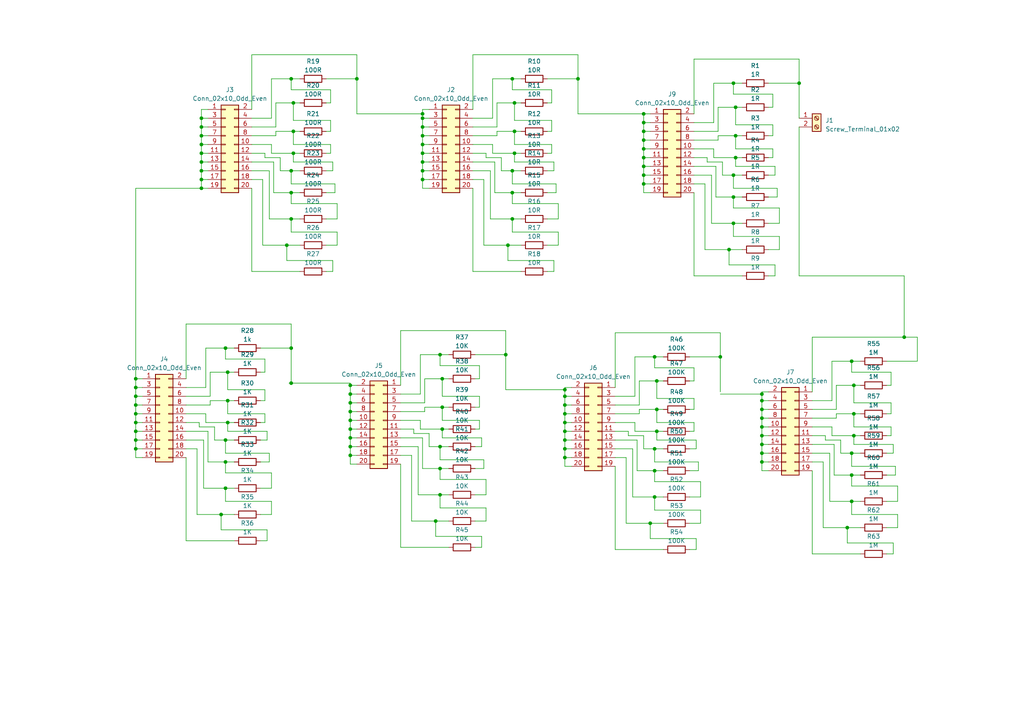
<source format=kicad_sch>
(kicad_sch (version 20230121) (generator eeschema)
  (paper "A4")
  (junction (at 220.98 123.825))
  (junction (at 163.83 130.175))
  (junction (at 212.725 24.13))
  (junction (at 66.04 116.205))
  (junction (at 163.83 114.935))
  (junction (at 163.83 127.635))
  (junction (at 65.405 133.985))
  (junction (at 101.6 132.08))
  (junction (at 103.505 22.86))
  (junction (at 39.37 112.395))
  (junction (at 163.83 132.715))
  (junction (at 101.6 111.76))
  (junction (at 186.69 38.1))
  (junction (at 122.555 39.37))
  (junction (at 189.865 136.525))
  (junction (at 84.455 111.125))
  (junction (at 101.6 116.84))
  (junction (at 247.65 120.015))
  (junction (at 65.405 100.965))
  (junction (at 212.725 57.15))
  (junction (at 220.98 116.205))
  (junction (at 84.455 63.5))
  (junction (at 220.98 114.3))
  (junction (at 101.6 124.46))
  (junction (at 66.04 122.555))
  (junction (at 58.42 39.37))
  (junction (at 186.69 48.26))
  (junction (at 58.42 49.53))
  (junction (at 122.555 46.99))
  (junction (at 212.725 64.77))
  (junction (at 211.455 72.39))
  (junction (at 220.98 126.365))
  (junction (at 58.42 41.91))
  (junction (at 128.27 109.855))
  (junction (at 190.5 110.49))
  (junction (at 101.6 114.3))
  (junction (at 186.69 53.34))
  (junction (at 148.59 55.88))
  (junction (at 58.42 36.83))
  (junction (at 127.635 129.54))
  (junction (at 163.83 113.03))
  (junction (at 84.455 55.88))
  (junction (at 213.36 31.115))
  (junction (at 39.37 120.015))
  (junction (at 58.42 52.07))
  (junction (at 84.455 49.53))
  (junction (at 163.83 122.555))
  (junction (at 148.59 63.5))
  (junction (at 167.64 22.86))
  (junction (at 66.04 107.95))
  (junction (at 39.37 117.475))
  (junction (at 122.555 52.07))
  (junction (at 247.015 131.445))
  (junction (at 39.37 109.855))
  (junction (at 128.27 118.11))
  (junction (at 122.555 33.02))
  (junction (at 208.915 103.505))
  (junction (at 122.555 36.83))
  (junction (at 163.83 120.015))
  (junction (at 39.37 127.635))
  (junction (at 58.42 44.45))
  (junction (at 39.37 130.175))
  (junction (at 220.98 133.985))
  (junction (at 101.6 119.38))
  (junction (at 149.225 38.1))
  (junction (at 146.685 102.87))
  (junction (at 85.09 29.845))
  (junction (at 101.6 129.54))
  (junction (at 189.865 103.505))
  (junction (at 189.865 144.145))
  (junction (at 220.98 118.745))
  (junction (at 39.37 125.095))
  (junction (at 147.32 71.12))
  (junction (at 122.555 44.45))
  (junction (at 58.42 54.61))
  (junction (at 186.69 33.02))
  (junction (at 189.865 130.175))
  (junction (at 85.09 44.45))
  (junction (at 212.725 50.8))
  (junction (at 84.455 22.86))
  (junction (at 101.6 121.92))
  (junction (at 149.225 29.845))
  (junction (at 231.775 24.13))
  (junction (at 101.6 127))
  (junction (at 83.185 71.12))
  (junction (at 65.405 127.635))
  (junction (at 148.59 49.53))
  (junction (at 39.37 122.555))
  (junction (at 186.69 50.8))
  (junction (at 122.555 49.53))
  (junction (at 128.27 124.46))
  (junction (at 220.98 131.445))
  (junction (at 163.83 125.095))
  (junction (at 127.635 143.51))
  (junction (at 58.42 34.29))
  (junction (at 85.09 38.1))
  (junction (at 84.455 100.965))
  (junction (at 220.98 121.285))
  (junction (at 127.635 102.87))
  (junction (at 64.135 149.225))
  (junction (at 213.36 39.37))
  (junction (at 247.015 137.795))
  (junction (at 190.5 118.745))
  (junction (at 262.255 97.79))
  (junction (at 247.65 111.76))
  (junction (at 122.555 41.91))
  (junction (at 190.5 125.095))
  (junction (at 247.015 104.775))
  (junction (at 247.65 126.365))
  (junction (at 186.69 40.64))
  (junction (at 149.225 44.45))
  (junction (at 163.83 117.475))
  (junction (at 188.595 151.765))
  (junction (at 65.405 141.605))
  (junction (at 247.015 145.415))
  (junction (at 58.42 46.99))
  (junction (at 148.59 22.86))
  (junction (at 122.555 34.29))
  (junction (at 126.365 151.13))
  (junction (at 127.635 135.89))
  (junction (at 220.98 128.905))
  (junction (at 186.69 45.72))
  (junction (at 213.36 45.72))
  (junction (at 186.69 43.18))
  (junction (at 186.69 35.56))
  (junction (at 245.745 153.035))
  (junction (at 39.37 114.935))
  (wire (pts (xy 76.835 44.45) (xy 76.835 45.72)))
  (wire (pts (xy 142.24 49.53) (xy 142.24 63.5)))
  (wire (pts (xy 75.565 100.965) (xy 84.455 100.965)))
  (wire (pts (xy 53.975 130.175) (xy 57.15 130.175)))
  (wire (pts (xy 53.975 93.98) (xy 84.455 93.98)))
  (wire (pts (xy 160.02 44.45) (xy 158.75 44.45)))
  (wire (pts (xy 186.69 53.34) (xy 186.69 55.88)))
  (wire (pts (xy 80.01 39.37) (xy 80.01 38.1)))
  (wire (pts (xy 215.265 24.13) (xy 212.725 24.13)))
  (wire (pts (xy 220.98 118.745) (xy 220.98 121.285)))
  (wire (pts (xy 212.725 64.77) (xy 215.265 64.77)))
  (wire (pts (xy 189.865 136.525) (xy 192.405 136.525)))
  (wire (pts (xy 139.7 127) (xy 139.7 129.54)))
  (wire (pts (xy 186.69 43.18) (xy 188.595 43.18)))
  (wire (pts (xy 122.555 39.37) (xy 124.46 39.37)))
  (wire (pts (xy 212.725 24.13) (xy 207.01 24.13)))
  (wire (pts (xy 39.37 112.395) (xy 39.37 114.935)))
  (wire (pts (xy 101.6 116.84) (xy 103.505 116.84)))
  (wire (pts (xy 163.83 130.175) (xy 163.83 132.715)))
  (wire (pts (xy 59.69 122.555) (xy 59.69 120.015)))
  (wire (pts (xy 121.92 121.92) (xy 116.205 121.92)))
  (wire (pts (xy 124.46 125.73) (xy 124.46 129.54)))
  (wire (pts (xy 200.025 159.385) (xy 201.93 159.385)))
  (wire (pts (xy 116.205 132.08) (xy 119.38 132.08)))
  (wire (pts (xy 148.59 63.5) (xy 151.13 63.5)))
  (wire (pts (xy 184.785 127.635) (xy 184.785 136.525)))
  (wire (pts (xy 85.09 41.91) (xy 95.885 41.91)))
  (wire (pts (xy 186.69 55.88) (xy 188.595 55.88)))
  (wire (pts (xy 127.635 143.51) (xy 127.635 147.32)))
  (wire (pts (xy 247.015 149.225) (xy 260.35 149.225)))
  (wire (pts (xy 259.08 157.48) (xy 259.08 160.655)))
  (wire (pts (xy 190.5 127.635) (xy 201.93 127.635)))
  (wire (pts (xy 163.83 127.635) (xy 165.735 127.635)))
  (wire (pts (xy 190.5 110.49) (xy 190.5 115.57)))
  (wire (pts (xy 84.455 93.98) (xy 84.455 100.965)))
  (wire (pts (xy 78.105 131.445) (xy 78.105 133.985)))
  (wire (pts (xy 178.435 112.395) (xy 178.435 96.52)))
  (wire (pts (xy 60.96 116.205) (xy 66.04 116.205)))
  (wire (pts (xy 231.775 36.83) (xy 231.775 80.01)))
  (wire (pts (xy 39.37 109.855) (xy 39.37 54.61)))
  (wire (pts (xy 66.04 116.205) (xy 67.945 116.205)))
  (wire (pts (xy 144.145 36.83) (xy 144.145 29.845)))
  (wire (pts (xy 85.09 44.45) (xy 85.09 46.99)))
  (wire (pts (xy 39.37 127.635) (xy 41.275 127.635)))
  (wire (pts (xy 213.36 45.72) (xy 207.01 45.72)))
  (wire (pts (xy 190.5 110.49) (xy 192.405 110.49)))
  (wire (pts (xy 220.98 116.205) (xy 220.98 118.745)))
  (wire (pts (xy 66.04 122.555) (xy 66.04 125.095)))
  (wire (pts (xy 258.445 111.76) (xy 257.175 111.76)))
  (wire (pts (xy 84.455 59.055) (xy 97.79 59.055)))
  (wire (pts (xy 122.555 44.45) (xy 124.46 44.45)))
  (wire (pts (xy 116.205 127) (xy 122.555 127)))
  (wire (pts (xy 127.635 102.87) (xy 127.635 106.045)))
  (wire (pts (xy 122.555 49.53) (xy 124.46 49.53)))
  (wire (pts (xy 186.69 35.56) (xy 186.69 38.1)))
  (wire (pts (xy 78.74 41.91) (xy 73.025 41.91)))
  (wire (pts (xy 62.23 127.635) (xy 65.405 127.635)))
  (wire (pts (xy 60.325 133.985) (xy 65.405 133.985)))
  (wire (pts (xy 146.685 102.87) (xy 146.685 113.03)))
  (wire (pts (xy 247.65 123.825) (xy 258.445 123.825)))
  (wire (pts (xy 247.65 128.905) (xy 259.08 128.905)))
  (wire (pts (xy 85.09 46.99) (xy 96.52 46.99)))
  (wire (pts (xy 224.155 43.18) (xy 224.155 45.72)))
  (wire (pts (xy 101.6 129.54) (xy 103.505 129.54)))
  (wire (pts (xy 39.37 120.015) (xy 39.37 122.555)))
  (wire (pts (xy 242.57 120.015) (xy 247.65 120.015)))
  (wire (pts (xy 201.295 33.02) (xy 201.295 17.145)))
  (wire (pts (xy 189.865 144.145) (xy 192.405 144.145)))
  (wire (pts (xy 184.15 125.095) (xy 184.15 122.555)))
  (wire (pts (xy 58.42 41.91) (xy 58.42 44.45)))
  (wire (pts (xy 119.38 132.08) (xy 119.38 151.13)))
  (wire (pts (xy 211.455 76.835) (xy 224.79 76.835)))
  (wire (pts (xy 66.04 125.095) (xy 77.47 125.095)))
  (wire (pts (xy 151.13 44.45) (xy 149.225 44.45)))
  (wire (pts (xy 128.27 118.11) (xy 128.27 121.92)))
  (wire (pts (xy 239.395 126.365) (xy 239.395 127.635)))
  (wire (pts (xy 211.455 72.39) (xy 211.455 76.835)))
  (wire (pts (xy 140.97 147.32) (xy 140.97 151.13)))
  (wire (pts (xy 101.6 121.92) (xy 101.6 124.46)))
  (wire (pts (xy 78.105 133.985) (xy 75.565 133.985)))
  (wire (pts (xy 201.93 127.635) (xy 201.93 130.175)))
  (wire (pts (xy 215.265 45.72) (xy 213.36 45.72)))
  (wire (pts (xy 96.52 75.565) (xy 96.52 78.74)))
  (wire (pts (xy 243.84 127.635) (xy 243.84 131.445)))
  (wire (pts (xy 240.665 131.445) (xy 240.665 145.415)))
  (wire (pts (xy 178.435 125.095) (xy 182.245 125.095)))
  (wire (pts (xy 247.015 137.795) (xy 247.015 140.97)))
  (wire (pts (xy 137.16 46.99) (xy 143.51 46.99)))
  (wire (pts (xy 247.65 116.84) (xy 258.445 116.84)))
  (wire (pts (xy 77.47 153.67) (xy 77.47 156.845)))
  (wire (pts (xy 160.02 29.845) (xy 158.75 29.845)))
  (wire (pts (xy 137.16 34.29) (xy 142.875 34.29)))
  (wire (pts (xy 58.42 44.45) (xy 58.42 46.99)))
  (wire (pts (xy 139.065 106.045) (xy 139.065 109.855)))
  (wire (pts (xy 101.6 124.46) (xy 101.6 127)))
  (wire (pts (xy 147.32 75.565) (xy 160.655 75.565)))
  (wire (pts (xy 260.35 153.035) (xy 257.175 153.035)))
  (wire (pts (xy 124.46 31.75) (xy 122.555 31.75)))
  (wire (pts (xy 65.405 100.965) (xy 59.69 100.965)))
  (wire (pts (xy 84.455 63.5) (xy 86.995 63.5)))
  (wire (pts (xy 39.37 112.395) (xy 41.275 112.395)))
  (wire (pts (xy 128.27 109.855) (xy 130.175 109.855)))
  (wire (pts (xy 116.205 119.38) (xy 123.19 119.38)))
  (wire (pts (xy 60.325 31.75) (xy 58.42 31.75)))
  (wire (pts (xy 186.69 50.8) (xy 188.595 50.8)))
  (wire (pts (xy 220.98 126.365) (xy 222.885 126.365)))
  (wire (pts (xy 186.69 130.175) (xy 189.865 130.175)))
  (wire (pts (xy 212.725 57.15) (xy 212.725 60.325)))
  (wire (pts (xy 178.435 130.175) (xy 183.515 130.175)))
  (wire (pts (xy 149.225 34.925) (xy 160.02 34.925)))
  (wire (pts (xy 242.57 111.76) (xy 247.65 111.76)))
  (wire (pts (xy 163.83 112.395) (xy 163.83 113.03)))
  (wire (pts (xy 137.16 52.07) (xy 140.335 52.07)))
  (wire (pts (xy 84.455 63.5) (xy 84.455 67.31)))
  (wire (pts (xy 140.335 135.89) (xy 137.795 135.89)))
  (wire (pts (xy 201.295 80.01) (xy 215.265 80.01)))
  (wire (pts (xy 122.555 135.89) (xy 127.635 135.89)))
  (wire (pts (xy 73.025 34.29) (xy 78.74 34.29)))
  (wire (pts (xy 212.725 50.8) (xy 215.265 50.8)))
  (wire (pts (xy 163.83 132.715) (xy 163.83 135.255)))
  (wire (pts (xy 163.83 122.555) (xy 163.83 125.095)))
  (wire (pts (xy 158.75 22.86) (xy 167.64 22.86)))
  (wire (pts (xy 186.69 33.02) (xy 186.69 35.56)))
  (wire (pts (xy 84.455 22.86) (xy 78.74 22.86)))
  (wire (pts (xy 58.42 49.53) (xy 58.42 52.07)))
  (wire (pts (xy 76.2 71.12) (xy 83.185 71.12)))
  (wire (pts (xy 137.795 143.51) (xy 140.97 143.51)))
  (wire (pts (xy 84.455 53.34) (xy 97.155 53.34)))
  (wire (pts (xy 163.83 122.555) (xy 165.735 122.555)))
  (wire (pts (xy 39.37 122.555) (xy 39.37 125.095)))
  (wire (pts (xy 103.505 22.86) (xy 103.505 33.02)))
  (wire (pts (xy 245.745 153.035) (xy 249.555 153.035)))
  (wire (pts (xy 58.42 36.83) (xy 60.325 36.83)))
  (wire (pts (xy 85.09 44.45) (xy 78.74 44.45)))
  (wire (pts (xy 149.225 38.1) (xy 151.13 38.1)))
  (wire (pts (xy 101.6 114.3) (xy 103.505 114.3)))
  (wire (pts (xy 161.925 59.055) (xy 161.925 63.5)))
  (wire (pts (xy 186.69 45.72) (xy 186.69 48.26)))
  (wire (pts (xy 201.93 156.21) (xy 201.93 159.385)))
  (wire (pts (xy 224.155 36.195) (xy 224.155 39.37)))
  (wire (pts (xy 189.865 136.525) (xy 189.865 139.7)))
  (wire (pts (xy 139.7 155.575) (xy 139.7 158.75)))
  (wire (pts (xy 148.59 53.34) (xy 161.29 53.34)))
  (wire (pts (xy 76.835 120.015) (xy 76.835 122.555)))
  (wire (pts (xy 84.455 26.035) (xy 95.885 26.035)))
  (wire (pts (xy 53.975 132.715) (xy 53.975 156.845)))
  (wire (pts (xy 121.285 129.54) (xy 121.285 143.51)))
  (wire (pts (xy 116.205 158.75) (xy 130.175 158.75)))
  (wire (pts (xy 59.69 100.965) (xy 59.69 112.395)))
  (wire (pts (xy 220.98 131.445) (xy 222.885 131.445)))
  (wire (pts (xy 64.135 153.67) (xy 77.47 153.67)))
  (wire (pts (xy 78.74 137.16) (xy 78.74 141.605)))
  (wire (pts (xy 127.635 106.045) (xy 139.065 106.045)))
  (wire (pts (xy 189.865 139.7) (xy 203.2 139.7)))
  (wire (pts (xy 65.405 131.445) (xy 78.105 131.445)))
  (wire (pts (xy 247.015 104.775) (xy 241.3 104.775)))
  (wire (pts (xy 78.74 145.415) (xy 78.74 149.225)))
  (wire (pts (xy 186.69 38.1) (xy 186.69 40.64)))
  (wire (pts (xy 186.69 35.56) (xy 188.595 35.56)))
  (wire (pts (xy 122.555 34.29) (xy 124.46 34.29)))
  (wire (pts (xy 222.885 80.01) (xy 224.79 80.01)))
  (wire (pts (xy 220.98 121.285) (xy 222.885 121.285)))
  (wire (pts (xy 200.025 130.175) (xy 201.93 130.175)))
  (wire (pts (xy 95.885 41.91) (xy 95.885 44.45)))
  (wire (pts (xy 160.655 46.99) (xy 160.655 49.53)))
  (wire (pts (xy 242.57 118.745) (xy 242.57 111.76)))
  (wire (pts (xy 201.295 115.57) (xy 201.295 118.745)))
  (wire (pts (xy 167.64 33.02) (xy 186.69 33.02)))
  (wire (pts (xy 58.42 34.29) (xy 58.42 36.83)))
  (wire (pts (xy 146.685 95.885) (xy 146.685 102.87)))
  (wire (pts (xy 66.04 107.95) (xy 67.945 107.95)))
  (wire (pts (xy 96.52 46.99) (xy 96.52 49.53)))
  (wire (pts (xy 128.27 124.46) (xy 128.27 127)))
  (wire (pts (xy 127.635 133.35) (xy 140.335 133.35)))
  (wire (pts (xy 144.145 39.37) (xy 144.145 38.1)))
  (wire (pts (xy 258.445 123.825) (xy 258.445 126.365)))
  (wire (pts (xy 76.835 104.14) (xy 76.835 107.95)))
  (wire (pts (xy 76.835 122.555) (xy 75.565 122.555)))
  (wire (pts (xy 53.975 109.855) (xy 53.975 93.98)))
  (wire (pts (xy 160.02 41.91) (xy 160.02 44.45)))
  (wire (pts (xy 122.555 127) (xy 122.555 135.89)))
  (wire (pts (xy 75.565 116.205) (xy 76.835 116.205)))
  (wire (pts (xy 67.945 122.555) (xy 66.04 122.555)))
  (wire (pts (xy 122.555 52.07) (xy 122.555 54.61)))
  (wire (pts (xy 80.01 38.1) (xy 85.09 38.1)))
  (wire (pts (xy 213.36 39.37) (xy 213.36 43.18)))
  (wire (pts (xy 65.405 137.16) (xy 78.74 137.16)))
  (wire (pts (xy 161.29 53.34) (xy 161.29 55.88)))
  (wire (pts (xy 120.015 125.73) (xy 124.46 125.73)))
  (wire (pts (xy 127.635 129.54) (xy 130.175 129.54)))
  (wire (pts (xy 148.59 26.035) (xy 160.02 26.035)))
  (wire (pts (xy 158.75 38.1) (xy 160.02 38.1)))
  (wire (pts (xy 66.04 122.555) (xy 59.69 122.555)))
  (wire (pts (xy 137.16 54.61) (xy 137.16 78.74)))
  (wire (pts (xy 149.225 38.1) (xy 149.225 41.91)))
  (wire (pts (xy 73.025 39.37) (xy 80.01 39.37)))
  (wire (pts (xy 247.65 120.015) (xy 249.555 120.015)))
  (wire (pts (xy 84.455 22.86) (xy 84.455 26.035)))
  (wire (pts (xy 39.37 130.175) (xy 39.37 132.715)))
  (wire (pts (xy 145.415 45.72) (xy 145.415 49.53)))
  (wire (pts (xy 241.935 137.795) (xy 247.015 137.795)))
  (wire (pts (xy 266.065 104.775) (xy 266.065 97.79)))
  (wire (pts (xy 58.42 31.75) (xy 58.42 34.29)))
  (wire (pts (xy 130.175 102.87) (xy 127.635 102.87)))
  (wire (pts (xy 149.225 46.99) (xy 160.655 46.99)))
  (wire (pts (xy 190.5 118.745) (xy 190.5 122.555)))
  (wire (pts (xy 39.37 109.855) (xy 39.37 112.395)))
  (wire (pts (xy 127.635 143.51) (xy 130.175 143.51)))
  (wire (pts (xy 161.29 55.88) (xy 158.75 55.88)))
  (wire (pts (xy 95.885 34.925) (xy 95.885 38.1)))
  (wire (pts (xy 137.795 102.87) (xy 146.685 102.87)))
  (wire (pts (xy 39.37 132.715) (xy 41.275 132.715)))
  (wire (pts (xy 235.585 97.79) (xy 262.255 97.79)))
  (wire (pts (xy 161.925 71.12) (xy 158.75 71.12)))
  (wire (pts (xy 189.865 103.505) (xy 184.15 103.505)))
  (wire (pts (xy 116.205 111.76) (xy 116.205 95.885)))
  (wire (pts (xy 75.565 141.605) (xy 78.74 141.605)))
  (wire (pts (xy 101.6 132.08) (xy 101.6 134.62)))
  (wire (pts (xy 226.06 68.58) (xy 226.06 72.39)))
  (wire (pts (xy 127.635 129.54) (xy 127.635 133.35)))
  (wire (pts (xy 149.225 44.45) (xy 142.875 44.45)))
  (wire (pts (xy 247.015 104.775) (xy 247.015 107.95)))
  (wire (pts (xy 78.105 63.5) (xy 84.455 63.5)))
  (wire (pts (xy 212.725 54.61) (xy 225.425 54.61)))
  (wire (pts (xy 116.205 114.3) (xy 121.92 114.3)))
  (wire (pts (xy 147.32 71.12) (xy 151.13 71.12)))
  (wire (pts (xy 148.59 22.86) (xy 142.875 22.86)))
  (wire (pts (xy 247.015 137.795) (xy 249.555 137.795)))
  (wire (pts (xy 101.6 124.46) (xy 103.505 124.46)))
  (wire (pts (xy 212.725 27.305) (xy 224.155 27.305)))
  (wire (pts (xy 65.405 127.635) (xy 67.945 127.635)))
  (wire (pts (xy 122.555 49.53) (xy 122.555 52.07)))
  (wire (pts (xy 206.375 64.77) (xy 212.725 64.77)))
  (wire (pts (xy 65.405 104.14) (xy 76.835 104.14)))
  (wire (pts (xy 178.435 120.015) (xy 185.42 120.015)))
  (wire (pts (xy 62.23 123.825) (xy 62.23 127.635)))
  (wire (pts (xy 58.42 52.07) (xy 60.325 52.07)))
  (wire (pts (xy 116.205 116.84) (xy 123.19 116.84)))
  (wire (pts (xy 208.28 38.1) (xy 208.28 31.115)))
  (wire (pts (xy 149.225 29.845) (xy 151.13 29.845)))
  (wire (pts (xy 225.425 54.61) (xy 225.425 57.15)))
  (wire (pts (xy 76.835 45.72) (xy 81.28 45.72)))
  (wire (pts (xy 186.69 45.72) (xy 188.595 45.72)))
  (wire (pts (xy 231.775 24.13) (xy 231.775 34.29)))
  (wire (pts (xy 189.865 106.68) (xy 201.295 106.68)))
  (wire (pts (xy 126.365 151.13) (xy 126.365 155.575)))
  (wire (pts (xy 226.06 72.39) (xy 222.885 72.39)))
  (wire (pts (xy 163.83 125.095) (xy 165.735 125.095)))
  (wire (pts (xy 140.335 71.12) (xy 147.32 71.12)))
  (wire (pts (xy 140.335 133.35) (xy 140.335 135.89)))
  (wire (pts (xy 122.555 31.75) (xy 122.555 33.02)))
  (wire (pts (xy 200.025 144.145) (xy 203.2 144.145)))
  (wire (pts (xy 178.435 114.935) (xy 184.15 114.935)))
  (wire (pts (xy 137.16 36.83) (xy 144.145 36.83)))
  (wire (pts (xy 247.65 120.015) (xy 247.65 123.825)))
  (wire (pts (xy 213.36 31.115) (xy 215.265 31.115)))
  (wire (pts (xy 119.38 151.13) (xy 126.365 151.13)))
  (wire (pts (xy 148.59 63.5) (xy 148.59 67.31)))
  (wire (pts (xy 127.635 147.32) (xy 140.97 147.32)))
  (wire (pts (xy 207.01 45.72) (xy 207.01 43.18)))
  (wire (pts (xy 262.255 80.01) (xy 262.255 97.79)))
  (wire (pts (xy 143.51 55.88) (xy 148.59 55.88)))
  (wire (pts (xy 122.555 33.02) (xy 122.555 34.29)))
  (wire (pts (xy 148.59 55.88) (xy 151.13 55.88)))
  (wire (pts (xy 85.09 29.845) (xy 85.09 34.925)))
  (wire (pts (xy 247.015 107.95) (xy 258.445 107.95)))
  (wire (pts (xy 53.975 156.845) (xy 67.945 156.845)))
  (wire (pts (xy 243.84 131.445) (xy 247.015 131.445)))
  (wire (pts (xy 200.025 118.745) (xy 201.295 118.745)))
  (wire (pts (xy 128.27 114.935) (xy 139.065 114.935)))
  (wire (pts (xy 239.395 127.635) (xy 243.84 127.635)))
  (wire (pts (xy 226.06 60.325) (xy 226.06 64.77)))
  (wire (pts (xy 58.42 34.29) (xy 60.325 34.29)))
  (wire (pts (xy 137.795 118.11) (xy 139.065 118.11)))
  (wire (pts (xy 140.97 44.45) (xy 140.97 45.72)))
  (wire (pts (xy 202.565 136.525) (xy 200.025 136.525)))
  (wire (pts (xy 97.155 55.88) (xy 94.615 55.88)))
  (wire (pts (xy 260.35 140.97) (xy 260.35 145.415)))
  (wire (pts (xy 257.175 160.655) (xy 259.08 160.655)))
  (wire (pts (xy 249.555 126.365) (xy 247.65 126.365)))
  (wire (pts (xy 60.96 107.95) (xy 66.04 107.95)))
  (wire (pts (xy 126.365 151.13) (xy 130.175 151.13)))
  (wire (pts (xy 207.01 24.13) (xy 207.01 35.56)))
  (wire (pts (xy 142.875 22.86) (xy 142.875 34.29)))
  (wire (pts (xy 161.925 67.31) (xy 161.925 71.12)))
  (wire (pts (xy 39.37 117.475) (xy 39.37 120.015)))
  (wire (pts (xy 145.415 49.53) (xy 148.59 49.53)))
  (wire (pts (xy 73.025 15.875) (xy 103.505 15.875)))
  (wire (pts (xy 181.61 132.715) (xy 181.61 151.765)))
  (wire (pts (xy 139.065 121.92) (xy 139.065 124.46)))
  (wire (pts (xy 202.565 133.985) (xy 202.565 136.525)))
  (wire (pts (xy 85.09 34.925) (xy 95.885 34.925)))
  (wire (pts (xy 123.19 118.11) (xy 128.27 118.11)))
  (wire (pts (xy 201.295 35.56) (xy 207.01 35.56)))
  (wire (pts (xy 188.595 33.02) (xy 186.69 33.02)))
  (wire (pts (xy 189.865 130.175) (xy 192.405 130.175)))
  (wire (pts (xy 185.42 120.015) (xy 185.42 118.745)))
  (wire (pts (xy 58.42 44.45) (xy 60.325 44.45)))
  (wire (pts (xy 212.725 60.325) (xy 226.06 60.325)))
  (wire (pts (xy 188.595 151.765) (xy 188.595 156.21)))
  (wire (pts (xy 222.885 50.8) (xy 224.79 50.8)))
  (wire (pts (xy 53.975 122.555) (xy 57.785 122.555)))
  (wire (pts (xy 39.37 114.935) (xy 41.275 114.935)))
  (wire (pts (xy 84.455 67.31) (xy 97.79 67.31)))
  (wire (pts (xy 65.405 145.415) (xy 78.74 145.415)))
  (wire (pts (xy 39.37 122.555) (xy 41.275 122.555)))
  (wire (pts (xy 101.6 121.92) (xy 103.505 121.92)))
  (wire (pts (xy 247.015 131.445) (xy 249.555 131.445)))
  (wire (pts (xy 247.65 126.365) (xy 247.65 128.905)))
  (wire (pts (xy 238.76 133.985) (xy 238.76 153.035)))
  (wire (pts (xy 183.515 144.145) (xy 189.865 144.145)))
  (wire (pts (xy 78.74 22.86) (xy 78.74 34.29)))
  (wire (pts (xy 206.375 50.8) (xy 206.375 64.77)))
  (wire (pts (xy 97.155 53.34) (xy 97.155 55.88)))
  (wire (pts (xy 186.69 53.34) (xy 188.595 53.34)))
  (wire (pts (xy 201.295 110.49) (xy 200.025 110.49)))
  (wire (pts (xy 186.69 48.26) (xy 188.595 48.26)))
  (wire (pts (xy 160.655 75.565) (xy 160.655 78.74)))
  (wire (pts (xy 39.37 114.935) (xy 39.37 117.475)))
  (wire (pts (xy 122.555 44.45) (xy 122.555 46.99)))
  (wire (pts (xy 59.69 120.015) (xy 53.975 120.015)))
  (wire (pts (xy 238.76 153.035) (xy 245.745 153.035)))
  (wire (pts (xy 189.865 147.955) (xy 203.2 147.955)))
  (wire (pts (xy 247.015 140.97) (xy 260.35 140.97)))
  (wire (pts (xy 211.455 72.39) (xy 215.265 72.39)))
  (wire (pts (xy 203.2 151.765) (xy 200.025 151.765)))
  (wire (pts (xy 212.725 64.77) (xy 212.725 68.58)))
  (wire (pts (xy 73.025 31.75) (xy 73.025 15.875)))
  (wire (pts (xy 205.105 45.72) (xy 205.105 46.99)))
  (wire (pts (xy 163.83 130.175) (xy 165.735 130.175)))
  (wire (pts (xy 213.36 45.72) (xy 213.36 48.26)))
  (wire (pts (xy 240.665 145.415) (xy 247.015 145.415)))
  (wire (pts (xy 101.6 127) (xy 103.505 127)))
  (wire (pts (xy 122.555 46.99) (xy 124.46 46.99)))
  (wire (pts (xy 257.175 145.415) (xy 260.35 145.415)))
  (wire (pts (xy 58.42 41.91) (xy 60.325 41.91)))
  (wire (pts (xy 235.585 121.285) (xy 242.57 121.285)))
  (wire (pts (xy 121.285 143.51) (xy 127.635 143.51)))
  (wire (pts (xy 137.16 15.875) (xy 167.64 15.875)))
  (wire (pts (xy 224.155 27.305) (xy 224.155 31.115)))
  (wire (pts (xy 182.245 126.365) (xy 186.69 126.365)))
  (wire (pts (xy 188.595 156.21) (xy 201.93 156.21)))
  (wire (pts (xy 101.6 119.38) (xy 101.6 121.92)))
  (wire (pts (xy 201.295 50.8) (xy 206.375 50.8)))
  (wire (pts (xy 122.555 41.91) (xy 124.46 41.91)))
  (wire (pts (xy 241.3 126.365) (xy 241.3 123.825)))
  (wire (pts (xy 158.75 78.74) (xy 160.655 78.74)))
  (wire (pts (xy 127.635 139.065) (xy 140.97 139.065)))
  (wire (pts (xy 201.295 122.555) (xy 201.295 125.095)))
  (wire (pts (xy 209.55 46.99) (xy 209.55 50.8)))
  (wire (pts (xy 64.135 149.225) (xy 67.945 149.225)))
  (wire (pts (xy 212.725 50.8) (xy 212.725 54.61)))
  (wire (pts (xy 58.42 46.99) (xy 60.325 46.99)))
  (wire (pts (xy 212.725 24.13) (xy 212.725 27.305)))
  (wire (pts (xy 220.98 128.905) (xy 222.885 128.905)))
  (wire (pts (xy 184.785 136.525) (xy 189.865 136.525)))
  (wire (pts (xy 235.585 118.745) (xy 242.57 118.745)))
  (wire (pts (xy 247.015 145.415) (xy 247.015 149.225)))
  (wire (pts (xy 53.975 114.935) (xy 60.96 114.935)))
  (wire (pts (xy 190.5 125.095) (xy 190.5 127.635)))
  (wire (pts (xy 83.185 75.565) (xy 96.52 75.565)))
  (wire (pts (xy 224.79 48.26) (xy 224.79 50.8)))
  (wire (pts (xy 178.435 127.635) (xy 184.785 127.635)))
  (wire (pts (xy 220.98 118.745) (xy 222.885 118.745)))
  (wire (pts (xy 190.5 125.095) (xy 184.15 125.095)))
  (wire (pts (xy 235.585 133.985) (xy 238.76 133.985)))
  (wire (pts (xy 86.995 22.86) (xy 84.455 22.86)))
  (wire (pts (xy 249.555 104.775) (xy 247.015 104.775)))
  (wire (pts (xy 224.79 76.835) (xy 224.79 80.01)))
  (wire (pts (xy 220.98 133.985) (xy 222.885 133.985)))
  (wire (pts (xy 140.97 139.065) (xy 140.97 143.51)))
  (wire (pts (xy 204.47 53.34) (xy 204.47 72.39)))
  (wire (pts (xy 122.555 39.37) (xy 122.555 41.91)))
  (wire (pts (xy 184.15 103.505) (xy 184.15 114.935)))
  (wire (pts (xy 120.015 124.46) (xy 120.015 125.73)))
  (wire (pts (xy 262.255 97.79) (xy 266.065 97.79)))
  (wire (pts (xy 95.885 29.845) (xy 94.615 29.845)))
  (wire (pts (xy 67.945 100.965) (xy 65.405 100.965)))
  (wire (pts (xy 73.025 49.53) (xy 78.105 49.53)))
  (wire (pts (xy 85.09 38.1) (xy 85.09 41.91)))
  (wire (pts (xy 207.01 43.18) (xy 201.295 43.18)))
  (wire (pts (xy 258.445 116.84) (xy 258.445 120.015)))
  (wire (pts (xy 160.02 26.035) (xy 160.02 29.845)))
  (wire (pts (xy 235.585 160.655) (xy 249.555 160.655)))
  (wire (pts (xy 208.28 31.115) (xy 213.36 31.115)))
  (wire (pts (xy 213.36 36.195) (xy 224.155 36.195)))
  (wire (pts (xy 178.435 96.52) (xy 208.915 96.52)))
  (wire (pts (xy 78.74 44.45) (xy 78.74 41.91)))
  (wire (pts (xy 178.435 132.715) (xy 181.61 132.715)))
  (wire (pts (xy 116.205 124.46) (xy 120.015 124.46)))
  (wire (pts (xy 186.69 48.26) (xy 186.69 50.8)))
  (wire (pts (xy 201.295 125.095) (xy 200.025 125.095)))
  (wire (pts (xy 122.555 36.83) (xy 122.555 39.37)))
  (wire (pts (xy 201.295 17.145) (xy 231.775 17.145)))
  (wire (pts (xy 220.98 114.3) (xy 220.98 116.205)))
  (wire (pts (xy 122.555 46.99) (xy 122.555 49.53)))
  (wire (pts (xy 158.75 63.5) (xy 161.925 63.5)))
  (wire (pts (xy 126.365 155.575) (xy 139.7 155.575)))
  (wire (pts (xy 185.42 110.49) (xy 190.5 110.49)))
  (wire (pts (xy 84.455 55.88) (xy 84.455 59.055)))
  (wire (pts (xy 235.585 131.445) (xy 240.665 131.445)))
  (wire (pts (xy 224.155 45.72) (xy 222.885 45.72)))
  (wire (pts (xy 137.795 158.75) (xy 139.7 158.75)))
  (wire (pts (xy 258.445 126.365) (xy 257.175 126.365)))
  (wire (pts (xy 123.19 119.38) (xy 123.19 118.11)))
  (wire (pts (xy 137.16 78.74) (xy 151.13 78.74)))
  (wire (pts (xy 186.69 40.64) (xy 188.595 40.64)))
  (wire (pts (xy 212.725 57.15) (xy 215.265 57.15)))
  (wire (pts (xy 66.04 113.03) (xy 76.835 113.03)))
  (wire (pts (xy 73.025 52.07) (xy 76.2 52.07)))
  (wire (pts (xy 53.975 125.095) (xy 60.325 125.095)))
  (wire (pts (xy 59.055 141.605) (xy 65.405 141.605)))
  (wire (pts (xy 224.155 31.115) (xy 222.885 31.115)))
  (wire (pts (xy 208.28 40.64) (xy 208.28 39.37)))
  (wire (pts (xy 139.065 124.46) (xy 137.795 124.46)))
  (wire (pts (xy 231.775 17.145) (xy 231.775 24.13)))
  (wire (pts (xy 213.36 31.115) (xy 213.36 36.195)))
  (wire (pts (xy 220.98 128.905) (xy 220.98 131.445)))
  (wire (pts (xy 123.19 109.855) (xy 128.27 109.855)))
  (wire (pts (xy 85.09 38.1) (xy 86.995 38.1)))
  (wire (pts (xy 58.42 46.99) (xy 58.42 49.53)))
  (wire (pts (xy 130.175 124.46) (xy 128.27 124.46)))
  (wire (pts (xy 208.28 39.37) (xy 213.36 39.37)))
  (wire (pts (xy 260.35 149.225) (xy 260.35 153.035)))
  (wire (pts (xy 94.615 63.5) (xy 97.79 63.5)))
  (wire (pts (xy 65.405 133.985) (xy 65.405 137.16)))
  (wire (pts (xy 137.16 49.53) (xy 142.24 49.53)))
  (wire (pts (xy 163.83 114.935) (xy 163.83 117.475)))
  (wire (pts (xy 163.83 120.015) (xy 163.83 122.555)))
  (wire (pts (xy 149.225 44.45) (xy 149.225 46.99)))
  (wire (pts (xy 137.16 31.75) (xy 137.16 15.875)))
  (wire (pts (xy 192.405 125.095) (xy 190.5 125.095)))
  (wire (pts (xy 178.435 135.255) (xy 178.435 159.385)))
  (wire (pts (xy 121.92 124.46) (xy 121.92 121.92)))
  (wire (pts (xy 140.97 45.72) (xy 145.415 45.72)))
  (wire (pts (xy 41.275 109.855) (xy 39.37 109.855)))
  (wire (pts (xy 103.505 15.875) (xy 103.505 22.86)))
  (wire (pts (xy 79.375 55.88) (xy 84.455 55.88)))
  (wire (pts (xy 181.61 151.765) (xy 188.595 151.765)))
  (wire (pts (xy 163.83 117.475) (xy 165.735 117.475)))
  (wire (pts (xy 142.875 41.91) (xy 137.16 41.91)))
  (wire (pts (xy 80.01 36.83) (xy 80.01 29.845)))
  (wire (pts (xy 39.37 125.095) (xy 39.37 127.635)))
  (wire (pts (xy 186.69 38.1) (xy 188.595 38.1)))
  (wire (pts (xy 39.37 127.635) (xy 39.37 130.175)))
  (wire (pts (xy 66.04 116.205) (xy 66.04 120.015)))
  (wire (pts (xy 124.46 129.54) (xy 127.635 129.54)))
  (wire (pts (xy 222.885 24.13) (xy 231.775 24.13)))
  (wire (pts (xy 94.615 22.86) (xy 103.505 22.86)))
  (wire (pts (xy 163.83 127.635) (xy 163.83 130.175)))
  (wire (pts (xy 259.715 137.795) (xy 257.175 137.795)))
  (wire (pts (xy 149.225 29.845) (xy 149.225 34.925)))
  (wire (pts (xy 186.69 43.18) (xy 186.69 45.72)))
  (wire (pts (xy 58.42 54.61) (xy 60.325 54.61)))
  (wire (pts (xy 185.42 117.475) (xy 185.42 110.49)))
  (wire (pts (xy 185.42 118.745) (xy 190.5 118.745)))
  (wire (pts (xy 75.565 156.845) (xy 77.47 156.845)))
  (wire (pts (xy 64.135 149.225) (xy 64.135 153.67)))
  (wire (pts (xy 103.505 111.76) (xy 101.6 111.76)))
  (wire (pts (xy 128.27 118.11) (xy 130.175 118.11)))
  (wire (pts (xy 231.775 80.01) (xy 262.255 80.01)))
  (wire (pts (xy 259.08 128.905) (xy 259.08 131.445)))
  (wire (pts (xy 78.74 149.225) (xy 75.565 149.225)))
  (wire (pts (xy 85.09 29.845) (xy 86.995 29.845)))
  (wire (pts (xy 53.975 112.395) (xy 59.69 112.395)))
  (wire (pts (xy 201.295 53.34) (xy 204.47 53.34)))
  (wire (pts (xy 121.92 102.87) (xy 121.92 114.3)))
  (wire (pts (xy 122.555 41.91) (xy 122.555 44.45)))
  (wire (pts (xy 160.02 34.925) (xy 160.02 38.1)))
  (wire (pts (xy 189.865 144.145) (xy 189.865 147.955)))
  (wire (pts (xy 84.455 49.53) (xy 84.455 53.34)))
  (wire (pts (xy 57.15 149.225) (xy 64.135 149.225)))
  (wire (pts (xy 137.16 39.37) (xy 144.145 39.37)))
  (wire (pts (xy 101.6 134.62) (xy 103.505 134.62)))
  (wire (pts (xy 86.995 44.45) (xy 85.09 44.45)))
  (wire (pts (xy 116.205 129.54) (xy 121.285 129.54)))
  (wire (pts (xy 95.885 26.035) (xy 95.885 29.845)))
  (wire (pts (xy 207.645 48.26) (xy 207.645 57.15)))
  (wire (pts (xy 97.79 71.12) (xy 94.615 71.12)))
  (wire (pts (xy 222.885 64.77) (xy 226.06 64.77)))
  (wire (pts (xy 163.83 117.475) (xy 163.83 120.015)))
  (wire (pts (xy 122.555 36.83) (xy 124.46 36.83)))
  (wire (pts (xy 204.47 72.39) (xy 211.455 72.39)))
  (wire (pts (xy 151.13 22.86) (xy 148.59 22.86)))
  (wire (pts (xy 220.98 116.205) (xy 222.885 116.205)))
  (wire (pts (xy 178.435 117.475) (xy 185.42 117.475)))
  (wire (pts (xy 235.585 116.205) (xy 241.3 116.205)))
  (wire (pts (xy 101.6 111.76) (xy 101.6 114.3)))
  (wire (pts (xy 247.65 111.76) (xy 247.65 116.84)))
  (wire (pts (xy 76.835 113.03) (xy 76.835 116.205)))
  (wire (pts (xy 116.205 134.62) (xy 116.205 158.75)))
  (wire (pts (xy 59.055 127.635) (xy 59.055 141.605)))
  (wire (pts (xy 213.36 39.37) (xy 215.265 39.37)))
  (wire (pts (xy 139.065 114.935) (xy 139.065 118.11)))
  (wire (pts (xy 84.455 49.53) (xy 86.995 49.53)))
  (wire (pts (xy 163.83 120.015) (xy 165.735 120.015)))
  (wire (pts (xy 186.69 50.8) (xy 186.69 53.34)))
  (wire (pts (xy 158.75 49.53) (xy 160.655 49.53)))
  (wire (pts (xy 122.555 34.29) (xy 122.555 36.83)))
  (wire (pts (xy 144.145 38.1) (xy 149.225 38.1)))
  (wire (pts (xy 184.15 122.555) (xy 178.435 122.555)))
  (wire (pts (xy 220.98 113.665) (xy 220.98 114.3)))
  (wire (pts (xy 39.37 120.015) (xy 41.275 120.015)))
  (wire (pts (xy 66.04 107.95) (xy 66.04 113.03)))
  (wire (pts (xy 53.975 127.635) (xy 59.055 127.635)))
  (wire (pts (xy 57.15 130.175) (xy 57.15 149.225)))
  (wire (pts (xy 163.83 114.935) (xy 165.735 114.935)))
  (wire (pts (xy 163.83 135.255) (xy 165.735 135.255)))
  (wire (pts (xy 190.5 122.555) (xy 201.295 122.555)))
  (wire (pts (xy 257.175 104.775) (xy 266.065 104.775)))
  (wire (pts (xy 101.6 127) (xy 101.6 129.54)))
  (wire (pts (xy 225.425 57.15) (xy 222.885 57.15)))
  (wire (pts (xy 128.27 127) (xy 139.7 127)))
  (wire (pts (xy 241.935 128.905) (xy 241.935 137.795)))
  (wire (pts (xy 167.64 15.875) (xy 167.64 22.86)))
  (wire (pts (xy 128.27 109.855) (xy 128.27 114.935)))
  (wire (pts (xy 123.19 116.84) (xy 123.19 109.855)))
  (wire (pts (xy 83.185 71.12) (xy 83.185 75.565)))
  (wire (pts (xy 220.98 123.825) (xy 220.98 126.365)))
  (wire (pts (xy 122.555 54.61) (xy 124.46 54.61)))
  (wire (pts (xy 60.325 125.095) (xy 60.325 133.985)))
  (wire (pts (xy 73.025 46.99) (xy 79.375 46.99)))
  (wire (pts (xy 207.645 57.15) (xy 212.725 57.15)))
  (wire (pts (xy 139.065 109.855) (xy 137.795 109.855)))
  (wire (pts (xy 73.025 78.74) (xy 86.995 78.74)))
  (wire (pts (xy 201.295 106.68) (xy 201.295 110.49)))
  (wire (pts (xy 190.5 115.57) (xy 201.295 115.57)))
  (wire (pts (xy 208.915 114.3) (xy 220.98 114.3)))
  (wire (pts (xy 101.6 132.08) (xy 103.505 132.08)))
  (wire (pts (xy 201.295 48.26) (xy 207.645 48.26)))
  (wire (pts (xy 220.98 131.445) (xy 220.98 133.985)))
  (wire (pts (xy 127.635 135.89) (xy 130.175 135.89)))
  (wire (pts (xy 58.42 36.83) (xy 58.42 39.37)))
  (wire (pts (xy 58.42 52.07) (xy 58.42 54.61)))
  (wire (pts (xy 39.37 54.61) (xy 58.42 54.61)))
  (wire (pts (xy 149.225 41.91) (xy 160.02 41.91)))
  (wire (pts (xy 245.745 157.48) (xy 259.08 157.48)))
  (wire (pts (xy 81.28 45.72) (xy 81.28 49.53)))
  (wire (pts (xy 203.2 147.955) (xy 203.2 151.765)))
  (wire (pts (xy 97.79 59.055) (xy 97.79 63.5)))
  (wire (pts (xy 122.555 52.07) (xy 124.46 52.07)))
  (wire (pts (xy 97.79 67.31) (xy 97.79 71.12)))
  (wire (pts (xy 58.42 39.37) (xy 60.325 39.37)))
  (wire (pts (xy 57.785 123.825) (xy 62.23 123.825)))
  (wire (pts (xy 140.97 151.13) (xy 137.795 151.13)))
  (wire (pts (xy 53.975 117.475) (xy 60.96 117.475)))
  (wire (pts (xy 247.015 131.445) (xy 247.015 135.255)))
  (wire (pts (xy 39.37 125.095) (xy 41.275 125.095)))
  (wire (pts (xy 220.98 136.525) (xy 222.885 136.525)))
  (wire (pts (xy 60.96 114.935) (xy 60.96 107.95)))
  (wire (pts (xy 127.635 135.89) (xy 127.635 139.065)))
  (wire (pts (xy 148.59 67.31) (xy 161.925 67.31)))
  (wire (pts (xy 76.835 107.95) (xy 75.565 107.95)))
  (wire (pts (xy 65.405 133.985) (xy 67.945 133.985)))
  (wire (pts (xy 220.98 133.985) (xy 220.98 136.525)))
  (wire (pts (xy 94.615 78.74) (xy 96.52 78.74)))
  (wire (pts (xy 241.3 123.825) (xy 235.585 123.825)))
  (wire (pts (xy 137.795 129.54) (xy 139.7 129.54)))
  (wire (pts (xy 222.885 39.37) (xy 224.155 39.37)))
  (wire (pts (xy 188.595 151.765) (xy 192.405 151.765)))
  (wire (pts (xy 183.515 130.175) (xy 183.515 144.145)))
  (wire (pts (xy 220.98 126.365) (xy 220.98 128.905)))
  (wire (pts (xy 127.635 102.87) (xy 121.92 102.87)))
  (wire (pts (xy 213.36 48.26) (xy 224.79 48.26)))
  (wire (pts (xy 212.725 68.58) (xy 226.06 68.58)))
  (wire (pts (xy 186.69 126.365) (xy 186.69 130.175)))
  (wire (pts (xy 84.455 100.965) (xy 84.455 111.125)))
  (wire (pts (xy 222.885 113.665) (xy 220.98 113.665)))
  (wire (pts (xy 163.83 125.095) (xy 163.83 127.635)))
  (wire (pts (xy 78.105 49.53) (xy 78.105 63.5)))
  (wire (pts (xy 213.36 43.18) (xy 224.155 43.18)))
  (wire (pts (xy 66.04 120.015) (xy 76.835 120.015)))
  (wire (pts (xy 60.96 117.475) (xy 60.96 116.205)))
  (wire (pts (xy 140.335 52.07) (xy 140.335 71.12)))
  (wire (pts (xy 128.27 121.92) (xy 139.065 121.92)))
  (wire (pts (xy 148.59 59.055) (xy 161.925 59.055)))
  (wire (pts (xy 142.24 63.5) (xy 148.59 63.5)))
  (wire (pts (xy 148.59 49.53) (xy 151.13 49.53)))
  (wire (pts (xy 39.37 117.475) (xy 41.275 117.475)))
  (wire (pts (xy 58.42 49.53) (xy 60.325 49.53)))
  (wire (pts (xy 257.175 120.015) (xy 258.445 120.015)))
  (wire (pts (xy 79.375 46.99) (xy 79.375 55.88)))
  (wire (pts (xy 137.16 44.45) (xy 140.97 44.45)))
  (wire (pts (xy 147.32 71.12) (xy 147.32 75.565)))
  (wire (pts (xy 247.015 145.415) (xy 249.555 145.415)))
  (wire (pts (xy 65.405 127.635) (xy 65.405 131.445)))
  (wire (pts (xy 220.98 123.825) (xy 222.885 123.825)))
  (wire (pts (xy 83.185 71.12) (xy 86.995 71.12)))
  (wire (pts (xy 103.505 33.02) (xy 122.555 33.02)))
  (wire (pts (xy 189.865 130.175) (xy 189.865 133.985)))
  (wire (pts (xy 163.83 113.03) (xy 163.83 114.935)))
  (wire (pts (xy 148.59 49.53) (xy 148.59 53.34)))
  (wire (pts (xy 95.885 44.45) (xy 94.615 44.45)))
  (wire (pts (xy 258.445 107.95) (xy 258.445 111.76)))
  (wire (pts (xy 94.615 49.53) (xy 96.52 49.53)))
  (wire (pts (xy 189.865 103.505) (xy 189.865 106.68)))
  (wire (pts (xy 208.915 96.52) (xy 208.915 103.505)))
  (wire (pts (xy 209.55 50.8) (xy 212.725 50.8)))
  (wire (pts (xy 101.6 119.38) (xy 103.505 119.38)))
  (wire (pts (xy 101.6 114.3) (xy 101.6 116.84)))
  (wire (pts (xy 101.6 129.54) (xy 101.6 132.08)))
  (wire (pts (xy 116.205 95.885) (xy 146.685 95.885)))
  (wire (pts (xy 220.98 121.285) (xy 220.98 123.825)))
  (wire (pts (xy 83.82 111.125) (xy 84.455 111.125)))
  (wire (pts (xy 208.915 103.505) (xy 208.915 113.665)))
  (wire (pts (xy 235.585 126.365) (xy 239.395 126.365)))
  (wire (pts (xy 144.145 29.845) (xy 149.225 29.845)))
  (wire (pts (xy 73.025 44.45) (xy 76.835 44.45)))
  (wire (pts (xy 65.405 141.605) (xy 67.945 141.605)))
  (wire (pts (xy 190.5 118.745) (xy 192.405 118.745)))
  (wire (pts (xy 76.2 52.07) (xy 76.2 71.12)))
  (wire (pts (xy 257.175 131.445) (xy 259.08 131.445)))
  (wire (pts (xy 200.025 103.505) (xy 208.915 103.505)))
  (wire (pts (xy 242.57 121.285) (xy 242.57 120.015)))
  (wire (pts (xy 142.875 44.45) (xy 142.875 41.91)))
  (wire (pts (xy 201.295 45.72) (xy 205.105 45.72)))
  (wire (pts (xy 201.295 55.88) (xy 201.295 80.01)))
  (wire (pts (xy 178.435 159.385) (xy 192.405 159.385)))
  (wire (pts (xy 148.59 55.88) (xy 148.59 59.055)))
  (wire (pts (xy 241.3 104.775) (xy 241.3 116.205)))
  (wire (pts (xy 58.42 39.37) (xy 58.42 41.91)))
  (wire (pts (xy 247.015 135.255) (xy 259.715 135.255)))
  (wire (pts (xy 247.65 126.365) (xy 241.3 126.365)))
  (wire (pts (xy 186.69 40.64) (xy 186.69 43.18)))
  (wire (pts (xy 148.59 22.86) (xy 148.59 26.035)))
  (wire (pts (xy 73.025 36.83) (xy 80.01 36.83)))
  (wire (pts (xy 189.865 133.985) (xy 202.565 133.985)))
  (wire (pts (xy 259.715 135.255) (xy 259.715 137.795)))
  (wire (pts (xy 94.615 38.1) (xy 95.885 38.1)))
  (wire (pts (xy 81.28 49.53) (xy 84.455 49.53)))
  (wire (pts (xy 182.245 125.095) (xy 182.245 126.365)))
  (wire (pts (xy 65.405 141.605) (xy 65.405 145.415)))
  (wire (pts (xy 101.6 111.125) (xy 101.6 111.76)))
  (wire (pts (xy 57.785 122.555) (xy 57.785 123.825)))
  (wire (pts (xy 84.455 111.125) (xy 101.6 111.125)))
  (wire (pts (xy 77.47 125.095) (xy 77.47 127.635)))
  (wire (pts (xy 143.51 46.99) (xy 143.51 55.88)))
  (wire (pts (xy 245.745 153.035) (xy 245.745 157.48)))
  (wire (pts (xy 192.405 103.505) (xy 189.865 103.505)))
  (wire (pts (xy 73.025 54.61) (xy 73.025 78.74)))
  (wire (pts (xy 84.455 55.88) (xy 86.995 55.88)))
  (wire (pts (xy 146.685 113.03) (xy 163.83 113.03)))
  (wire (pts (xy 101.6 116.84) (xy 101.6 119.38)))
  (wire (pts (xy 80.01 29.845) (xy 85.09 29.845)))
  (wire (pts (xy 203.2 139.7) (xy 203.2 144.145)))
  (wire (pts (xy 235.585 136.525) (xy 235.585 160.655)))
  (wire (pts (xy 75.565 127.635) (xy 77.47 127.635)))
  (wire (pts (xy 39.37 130.175) (xy 41.275 130.175)))
  (wire (pts (xy 247.65 111.76) (xy 249.555 111.76)))
  (wire (pts (xy 235.585 113.665) (xy 235.585 97.79)))
  (wire (pts (xy 65.405 100.965) (xy 65.405 104.14)))
  (wire (pts (xy 235.585 128.905) (xy 241.935 128.905)))
  (wire (pts (xy 201.295 40.64) (xy 208.28 40.64)))
  (wire (pts (xy 163.83 132.715) (xy 165.735 132.715)))
  (wire (pts (xy 165.735 112.395) (xy 163.83 112.395)))
  (wire (pts (xy 128.27 124.46) (xy 121.92 124.46)))
  (wire (pts (xy 205.105 46.99) (xy 209.55 46.99)))
  (wire (pts (xy 201.295 38.1) (xy 208.28 38.1)))
  (wire (pts (xy 167.64 22.86) (xy 167.64 33.02)))
  (symbol (lib_id "Device:R") (at 253.365 104.775 90) (unit 1)
    (property "Reference" "R55" (at 253.365 99.695 90))
    (property "Value" "1M" (at 253.365 102.235 90))
    (property "Footprint" "Resistor_THT:R_Axial_DIN0207_L6.3mm_D2.5mm_P7.62mm_Horizontal" (effects hide))
  )
  (symbol (lib_id "Device:R") (at 253.365 137.795 90) (unit 1)
    (property "Reference" "R60" (at 253.365 132.715 90))
    (property "Value" "1M" (at 253.365 135.255 90))
    (property "Footprint" "Resistor_THT:R_Axial_DIN0207_L6.3mm_D2.5mm_P7.62mm_Horizontal" (effects hide))
  )
  (symbol (lib_id "Connector_Generic:Conn_02x10_Odd_Even") (at 173.355 122.555 0) (mirror y) (unit 1)
    (property "Reference" "J6" (at 172.085 106.68 0))
    (property "Value" "Conn_02x10_Odd_Even" (at 172.085 109.22 0))
    (property "Footprint" "Connector_PinHeader_2.54mm:PinHeader_2x10_P2.54mm_Vertical" (effects hide))
  )
  (symbol (lib_id "Device:R") (at 196.215 110.49 90) (unit 1)
    (property "Reference" "R47" (at 196.215 105.41 90))
    (property "Value" "100K" (at 196.215 107.95 90))
    (property "Footprint" "Resistor_THT:R_Axial_DIN0207_L6.3mm_D2.5mm_P7.62mm_Horizontal" (effects hide))
  )
  (symbol (lib_id "Device:R") (at 219.075 80.01 90) (unit 1)
    (property "Reference" "R9" (at 219.075 74.93 90))
    (property "Value" "1R" (at 219.075 77.47 90))
    (property "Footprint" "Resistor_THT:R_Axial_DIN0207_L6.3mm_D2.5mm_P7.62mm_Horizontal" (effects hide))
  )
  (symbol (lib_id "Device:R") (at 196.215 118.745 90) (unit 1)
    (property "Reference" "R48" (at 196.215 113.665 90))
    (property "Value" "100K" (at 196.215 116.205 90))
    (property "Footprint" "Resistor_THT:R_Axial_DIN0207_L6.3mm_D2.5mm_P7.62mm_Horizontal" (effects hide))
  )
  (symbol (lib_id "Device:R") (at 154.94 78.74 90) (unit 1)
    (property "Reference" "R18" (at 154.94 73.66 90))
    (property "Value" "10R" (at 154.94 76.2 90))
    (property "Footprint" "Resistor_THT:R_Axial_DIN0207_L6.3mm_D2.5mm_P7.62mm_Horizontal" (effects hide))
  )
  (symbol (lib_id "Device:R") (at 133.985 118.11 90) (unit 1)
    (property "Reference" "R39" (at 133.985 113.03 90))
    (property "Value" "10K" (at 133.985 115.57 90))
    (property "Footprint" "Resistor_THT:R_Axial_DIN0207_L6.3mm_D2.5mm_P7.62mm_Horizontal" (effects hide))
  )
  (symbol (lib_id "Device:R") (at 196.215 103.505 90) (unit 1)
    (property "Reference" "R46" (at 196.215 98.425 90))
    (property "Value" "100K" (at 196.215 100.965 90))
    (property "Footprint" "Resistor_THT:R_Axial_DIN0207_L6.3mm_D2.5mm_P7.62mm_Horizontal" (effects hide))
  )
  (symbol (lib_id "Device:R") (at 133.985 135.89 90) (unit 1)
    (property "Reference" "R42" (at 133.985 130.81 90))
    (property "Value" "10K" (at 133.985 133.35 90))
    (property "Footprint" "Resistor_THT:R_Axial_DIN0207_L6.3mm_D2.5mm_P7.62mm_Horizontal" (effects hide))
  )
  (symbol (lib_id "Device:R") (at 196.215 144.145 90) (unit 1)
    (property "Reference" "R52" (at 196.215 139.065 90))
    (property "Value" "100K" (at 196.215 141.605 90))
    (property "Footprint" "Resistor_THT:R_Axial_DIN0207_L6.3mm_D2.5mm_P7.62mm_Horizontal" (effects hide))
  )
  (symbol (lib_id "Device:R") (at 253.365 153.035 90) (unit 1)
    (property "Reference" "R62" (at 253.365 147.955 90))
    (property "Value" "1M" (at 253.365 150.495 90))
    (property "Footprint" "Resistor_THT:R_Axial_DIN0207_L6.3mm_D2.5mm_P7.62mm_Horizontal" (effects hide))
  )
  (symbol (lib_id "Device:R") (at 90.805 49.53 90) (unit 1)
    (property "Reference" "R23" (at 90.805 44.45 90))
    (property "Value" "100R" (at 90.805 46.99 90))
    (property "Footprint" "Resistor_THT:R_Axial_DIN0207_L6.3mm_D2.5mm_P7.62mm_Horizontal" (effects hide))
  )
  (symbol (lib_id "Connector_Generic:Conn_02x10_Odd_Even") (at 193.675 43.18 0) (unit 1)
    (property "Reference" "J9" (at 194.945 27.305 0))
    (property "Value" "Conn_02x10_Odd_Even" (at 194.945 29.845 0))
    (property "Footprint" "Connector_PinHeader_2.54mm:PinHeader_2x10_P2.54mm_Vertical" (effects hide))
  )
  (symbol (lib_id "Device:R") (at 196.215 151.765 90) (unit 1)
    (property "Reference" "R53" (at 196.215 146.685 90))
    (property "Value" "100K" (at 196.215 149.225 90))
    (property "Footprint" "Resistor_THT:R_Axial_DIN0207_L6.3mm_D2.5mm_P7.62mm_Horizontal" (effects hide))
  )
  (symbol (lib_id "Device:R") (at 90.805 29.845 90) (unit 1)
    (property "Reference" "R20" (at 90.805 24.765 90))
    (property "Value" "100R" (at 90.805 27.305 90))
    (property "Footprint" "Resistor_THT:R_Axial_DIN0207_L6.3mm_D2.5mm_P7.62mm_Horizontal" (effects hide))
  )
  (symbol (lib_id "Connector_Generic:Conn_02x10_Odd_Even") (at 46.355 120.015 0) (unit 1)
    (property "Reference" "J4" (at 47.625 104.14 0))
    (property "Value" "Conn_02x10_Odd_Even" (at 47.625 106.68 0))
    (property "Footprint" "Connector_PinHeader_2.54mm:PinHeader_2x10_P2.54mm_Vertical" (effects hide))
  )
  (symbol (lib_id "Connector_Generic:Conn_02x10_Odd_Even") (at 129.54 41.91 0) (unit 1)
    (property "Reference" "J2" (at 130.81 26.035 0))
    (property "Value" "Conn_02x10_Odd_Even" (at 130.81 28.575 0))
    (property "Footprint" "Connector_PinHeader_2.54mm:PinHeader_2x10_P2.54mm_Vertical" (effects hide))
  )
  (symbol (lib_id "Device:R") (at 133.985 102.87 90) (unit 1)
    (property "Reference" "R37" (at 133.985 97.79 90))
    (property "Value" "10K" (at 133.985 100.33 90))
    (property "Footprint" "Resistor_THT:R_Axial_DIN0207_L6.3mm_D2.5mm_P7.62mm_Horizontal" (effects hide))
  )
  (symbol (lib_id "Device:R") (at 71.755 127.635 90) (unit 1)
    (property "Reference" "R32" (at 71.755 122.555 90))
    (property "Value" "1K" (at 71.755 125.095 90))
    (property "Footprint" "Resistor_THT:R_Axial_DIN0207_L6.3mm_D2.5mm_P7.62mm_Horizontal" (effects hide))
  )
  (symbol (lib_id "Device:R") (at 154.94 38.1 90) (unit 1)
    (property "Reference" "R12" (at 154.94 33.02 90))
    (property "Value" "10R" (at 154.94 35.56 90))
    (property "Footprint" "Resistor_THT:R_Axial_DIN0207_L6.3mm_D2.5mm_P7.62mm_Horizontal" (effects hide))
  )
  (symbol (lib_id "Device:R") (at 133.985 151.13 90) (unit 1)
    (property "Reference" "R44" (at 133.985 146.05 90))
    (property "Value" "10K" (at 133.985 148.59 90))
    (property "Footprint" "Resistor_THT:R_Axial_DIN0207_L6.3mm_D2.5mm_P7.62mm_Horizontal" (effects hide))
  )
  (symbol (lib_id "Device:R") (at 253.365 131.445 90) (unit 1)
    (property "Reference" "R59" (at 253.365 126.365 90))
    (property "Value" "1M" (at 253.365 128.905 90))
    (property "Footprint" "Resistor_THT:R_Axial_DIN0207_L6.3mm_D2.5mm_P7.62mm_Horizontal" (effects hide))
  )
  (symbol (lib_id "Device:R") (at 196.215 125.095 90) (unit 1)
    (property "Reference" "R49" (at 196.215 120.015 90))
    (property "Value" "100K" (at 196.215 122.555 90))
    (property "Footprint" "Resistor_THT:R_Axial_DIN0207_L6.3mm_D2.5mm_P7.62mm_Horizontal" (effects hide))
  )
  (symbol (lib_id "Connector_Generic:Conn_02x10_Odd_Even") (at 111.125 121.92 0) (mirror y) (unit 1)
    (property "Reference" "J5" (at 109.855 106.045 0))
    (property "Value" "Conn_02x10_Odd_Even" (at 109.855 108.585 0))
    (property "Footprint" "Connector_PinHeader_2.54mm:PinHeader_2x10_P2.54mm_Vertical" (effects hide))
  )
  (symbol (lib_id "Device:R") (at 154.94 49.53 90) (unit 1)
    (property "Reference" "R14" (at 154.94 44.45 90))
    (property "Value" "10R" (at 154.94 46.99 90))
    (property "Footprint" "Resistor_THT:R_Axial_DIN0207_L6.3mm_D2.5mm_P7.62mm_Horizontal" (effects hide))
  )
  (symbol (lib_id "Device:R") (at 71.755 149.225 90) (unit 1)
    (property "Reference" "R35" (at 71.755 144.145 90))
    (property "Value" "1K" (at 71.755 146.685 90))
    (property "Footprint" "Resistor_THT:R_Axial_DIN0207_L6.3mm_D2.5mm_P7.62mm_Horizontal" (effects hide))
  )
  (symbol (lib_id "Device:R") (at 71.755 116.205 90) (unit 1)
    (property "Reference" "R30" (at 71.755 111.125 90))
    (property "Value" "1K" (at 71.755 113.665 90))
    (property "Footprint" "Resistor_THT:R_Axial_DIN0207_L6.3mm_D2.5mm_P7.62mm_Horizontal" (effects hide))
  )
  (symbol (lib_id "Device:R") (at 71.755 156.845 90) (unit 1)
    (property "Reference" "R36" (at 71.755 151.765 90))
    (property "Value" "1K" (at 71.755 154.305 90))
    (property "Footprint" "Resistor_THT:R_Axial_DIN0207_L6.3mm_D2.5mm_P7.62mm_Horizontal" (effects hide))
  )
  (symbol (lib_id "Device:R") (at 71.755 141.605 90) (unit 1)
    (property "Reference" "R34" (at 71.755 136.525 90))
    (property "Value" "1K" (at 71.755 139.065 90))
    (property "Footprint" "Resistor_THT:R_Axial_DIN0207_L6.3mm_D2.5mm_P7.62mm_Horizontal" (effects hide))
  )
  (symbol (lib_id "Device:R") (at 219.075 64.77 90) (unit 1)
    (property "Reference" "R7" (at 219.075 59.69 90))
    (property "Value" "1R" (at 219.075 62.23 90))
    (property "Footprint" "Resistor_THT:R_Axial_DIN0207_L6.3mm_D2.5mm_P7.62mm_Horizontal" (effects hide))
  )
  (symbol (lib_id "Device:R") (at 154.94 63.5 90) (unit 1)
    (property "Reference" "R16" (at 154.94 58.42 90))
    (property "Value" "10R" (at 154.94 60.96 90))
    (property "Footprint" "Resistor_THT:R_Axial_DIN0207_L6.3mm_D2.5mm_P7.62mm_Horizontal" (effects hide))
  )
  (symbol (lib_id "Device:R") (at 219.075 31.115 90) (unit 1)
    (property "Reference" "R2" (at 219.075 26.035 90))
    (property "Value" "1R" (at 219.075 28.575 90))
    (property "Footprint" "Resistor_THT:R_Axial_DIN0207_L6.3mm_D2.5mm_P7.62mm_Horizontal" (effects hide))
  )
  (symbol (lib_id "Device:R") (at 219.075 24.13 90) (unit 1)
    (property "Reference" "R1" (at 219.075 19.05 90))
    (property "Value" "1R" (at 219.075 21.59 90))
    (property "Footprint" "Resistor_THT:R_Axial_DIN0207_L6.3mm_D2.5mm_P7.62mm_Horizontal" (effects hide))
  )
  (symbol (lib_id "Device:R") (at 71.755 100.965 90) (unit 1)
    (property "Reference" "R28" (at 71.755 95.885 90))
    (property "Value" "1k" (at 71.755 98.425 90))
    (property "Footprint" "Resistor_THT:R_Axial_DIN0207_L6.3mm_D2.5mm_P7.62mm_Horizontal" (effects hide))
  )
  (symbol (lib_id "Device:R") (at 253.365 145.415 90) (unit 1)
    (property "Reference" "R61" (at 253.365 140.335 90))
    (property "Value" "1M" (at 253.365 142.875 90))
    (property "Footprint" "Resistor_THT:R_Axial_DIN0207_L6.3mm_D2.5mm_P7.62mm_Horizontal" (effects hide))
  )
  (symbol (lib_id "Device:R") (at 219.075 57.15 90) (unit 1)
    (property "Reference" "R6" (at 219.075 52.07 90))
    (property "Value" "1R" (at 219.075 54.61 90))
    (property "Footprint" "Resistor_THT:R_Axial_DIN0207_L6.3mm_D2.5mm_P7.62mm_Horizontal" (effects hide))
  )
  (symbol (lib_id "Device:R") (at 154.94 29.845 90) (unit 1)
    (property "Reference" "R11" (at 154.94 24.765 90))
    (property "Value" "10R" (at 154.94 27.305 90))
    (property "Footprint" "Resistor_THT:R_Axial_DIN0207_L6.3mm_D2.5mm_P7.62mm_Horizontal" (effects hide))
  )
  (symbol (lib_id "Device:R") (at 196.215 159.385 90) (unit 1)
    (property "Reference" "R54" (at 196.215 154.305 90))
    (property "Value" "100K" (at 196.215 156.845 90))
    (property "Footprint" "Resistor_THT:R_Axial_DIN0207_L6.3mm_D2.5mm_P7.62mm_Horizontal" (effects hide))
  )
  (symbol (lib_id "Connector_Generic:Conn_02x10_Odd_Even") (at 65.405 41.91 0) (unit 1)
    (property "Reference" "J3" (at 66.675 26.035 0))
    (property "Value" "Conn_02x10_Odd_Even" (at 66.675 28.575 0))
    (property "Footprint" "Connector_PinHeader_2.54mm:PinHeader_2x10_P2.54mm_Vertical" (effects hide))
  )
  (symbol (lib_id "Device:R") (at 133.985 158.75 90) (unit 1)
    (property "Reference" "R45" (at 133.985 153.67 90))
    (property "Value" "10K" (at 133.985 156.21 90))
    (property "Footprint" "Resistor_THT:R_Axial_DIN0207_L6.3mm_D2.5mm_P7.62mm_Horizontal" (effects hide))
  )
  (symbol (lib_id "Device:R") (at 154.94 22.86 90) (unit 1)
    (property "Reference" "R10" (at 154.94 17.78 90))
    (property "Value" "10R" (at 154.94 20.32 90))
    (property "Footprint" "Resistor_THT:R_Axial_DIN0207_L6.3mm_D2.5mm_P7.62mm_Horizontal" (effects hide))
  )
  (symbol (lib_id "Device:R") (at 219.075 50.8 90) (unit 1)
    (property "Reference" "R5" (at 219.075 45.72 90))
    (property "Value" "1R" (at 219.075 48.26 90))
    (property "Footprint" "Resistor_THT:R_Axial_DIN0207_L6.3mm_D2.5mm_P7.62mm_Horizontal" (effects hide))
  )
  (symbol (lib_id "Device:R") (at 71.755 107.95 90) (unit 1)
    (property "Reference" "R29" (at 71.755 102.87 90))
    (property "Value" "1K" (at 71.755 105.41 90))
    (property "Footprint" "Resistor_THT:R_Axial_DIN0207_L6.3mm_D2.5mm_P7.62mm_Horizontal" (effects hide))
  )
  (symbol (lib_id "Device:R") (at 133.985 129.54 90) (unit 1)
    (property "Reference" "R41" (at 133.985 124.46 90))
    (property "Value" "10K" (at 133.985 127 90))
    (property "Footprint" "Resistor_THT:R_Axial_DIN0207_L6.3mm_D2.5mm_P7.62mm_Horizontal" (effects hide))
  )
  (symbol (lib_id "Device:R") (at 219.075 45.72 90) (unit 1)
    (property "Reference" "R4" (at 219.075 40.64 90))
    (property "Value" "1R" (at 219.075 43.18 90))
    (property "Footprint" "Resistor_THT:R_Axial_DIN0207_L6.3mm_D2.5mm_P7.62mm_Horizontal" (effects hide))
  )
  (symbol (lib_id "Device:R") (at 154.94 71.12 90) (unit 1)
    (property "Reference" "R17" (at 154.94 66.04 90))
    (property "Value" "10R" (at 154.94 68.58 90))
    (property "Footprint" "Resistor_THT:R_Axial_DIN0207_L6.3mm_D2.5mm_P7.62mm_Horizontal" (effects hide))
  )
  (symbol (lib_id "Device:R") (at 90.805 63.5 90) (unit 1)
    (property "Reference" "R25" (at 90.805 58.42 90))
    (property "Value" "100R" (at 90.805 60.96 90))
    (property "Footprint" "Resistor_THT:R_Axial_DIN0207_L6.3mm_D2.5mm_P7.62mm_Horizontal" (effects hide))
  )
  (symbol (lib_id "Device:R") (at 90.805 44.45 90) (unit 1)
    (property "Reference" "R22" (at 90.805 39.37 90))
    (property "Value" "100R" (at 90.805 41.91 90))
    (property "Footprint" "Resistor_THT:R_Axial_DIN0207_L6.3mm_D2.5mm_P7.62mm_Horizontal" (effects hide))
  )
  (symbol (lib_id "Device:R") (at 253.365 111.76 90) (unit 1)
    (property "Reference" "R56" (at 253.365 106.68 90))
    (property "Value" "1M" (at 253.365 109.22 90))
    (property "Footprint" "Resistor_THT:R_Axial_DIN0207_L6.3mm_D2.5mm_P7.62mm_Horizontal" (effects hide))
  )
  (symbol (lib_id "Device:R") (at 196.215 136.525 90) (unit 1)
    (property "Reference" "R51" (at 196.215 131.445 90))
    (property "Value" "100K" (at 196.215 133.985 90))
    (property "Footprint" "Resistor_THT:R_Axial_DIN0207_L6.3mm_D2.5mm_P7.62mm_Horizontal" (effects hide))
  )
  (symbol (lib_id "Device:R") (at 219.075 39.37 90) (unit 1)
    (property "Reference" "R3" (at 219.075 34.29 90))
    (property "Value" "1R" (at 219.075 36.83 90))
    (property "Footprint" "Resistor_THT:R_Axial_DIN0207_L6.3mm_D2.5mm_P7.62mm_Horizontal" (effects hide))
  )
  (symbol (lib_id "Device:R") (at 196.215 130.175 90) (unit 1)
    (property "Reference" "R50" (at 196.215 125.095 90))
    (property "Value" "100K" (at 196.215 127.635 90))
    (property "Footprint" "Resistor_THT:R_Axial_DIN0207_L6.3mm_D2.5mm_P7.62mm_Horizontal" (effects hide))
  )
  (symbol (lib_id "Device:R") (at 133.985 109.855 90) (unit 1)
    (property "Reference" "R38" (at 133.985 104.775 90))
    (property "Value" "10K" (at 133.985 107.315 90))
    (property "Footprint" "Resistor_THT:R_Axial_DIN0207_L6.3mm_D2.5mm_P7.62mm_Horizontal" (effects hide))
  )
  (symbol (lib_id "Device:R") (at 154.94 55.88 90) (unit 1)
    (property "Reference" "R15" (at 154.94 50.8 90))
    (property "Value" "10R" (at 154.94 53.34 90))
    (property "Footprint" "Resistor_THT:R_Axial_DIN0207_L6.3mm_D2.5mm_P7.62mm_Horizontal" (effects hide))
  )
  (symbol (lib_id "Device:R") (at 90.805 78.74 90) (unit 1)
    (property "Reference" "R27" (at 90.805 73.66 90))
    (property "Value" "100R" (at 90.805 76.2 90))
    (property "Footprint" "Resistor_THT:R_Axial_DIN0207_L6.3mm_D2.5mm_P7.62mm_Horizontal" (effects hide))
  )
  (symbol (lib_id "Device:R") (at 253.365 160.655 90) (unit 1)
    (property "Reference" "R63" (at 253.365 155.575 90))
    (property "Value" "1M" (at 253.365 158.115 90))
    (property "Footprint" "Resistor_THT:R_Axial_DIN0207_L6.3mm_D2.5mm_P7.62mm_Horizontal" (effects hide))
  )
  (symbol (lib_id "Connector_Generic:Conn_02x10_Odd_Even") (at 230.505 123.825 0) (mirror y) (unit 1)
    (property "Reference" "J7" (at 229.235 107.95 0))
    (property "Value" "Conn_02x10_Odd_Even" (at 229.235 110.49 0))
    (property "Footprint" "Connector_PinHeader_2.54mm:PinHeader_2x10_P2.54mm_Vertical" (effects hide))
  )
  (symbol (lib_id "Device:R") (at 90.805 55.88 90) (unit 1)
    (property "Reference" "R24" (at 90.805 50.8 90))
    (property "Value" "100R" (at 90.805 53.34 90))
    (property "Footprint" "Resistor_THT:R_Axial_DIN0207_L6.3mm_D2.5mm_P7.62mm_Horizontal" (effects hide))
  )
  (symbol (lib_id "Device:R") (at 90.805 71.12 90) (unit 1)
    (property "Reference" "R26" (at 90.805 66.04 90))
    (property "Value" "100R" (at 90.805 68.58 90))
    (property "Footprint" "Resistor_THT:R_Axial_DIN0207_L6.3mm_D2.5mm_P7.62mm_Horizontal" (effects hide))
  )
  (symbol (lib_id "Device:R") (at 133.985 143.51 90) (unit 1)
    (property "Reference" "R43" (at 133.985 138.43 90))
    (property "Value" "10K" (at 133.985 140.97 90))
    (property "Footprint" "Resistor_THT:R_Axial_DIN0207_L6.3mm_D2.5mm_P7.62mm_Horizontal" (effects hide))
  )
  (symbol (lib_id "Device:R") (at 90.805 38.1 90) (unit 1)
    (property "Reference" "R21" (at 90.805 33.02 90))
    (property "Value" "100R" (at 90.805 35.56 90))
    (property "Footprint" "Resistor_THT:R_Axial_DIN0207_L6.3mm_D2.5mm_P7.62mm_Horizontal" (effects hide))
  )
  (symbol (lib_id "Device:R") (at 253.365 126.365 90) (unit 1)
    (property "Reference" "R58" (at 253.365 121.285 90))
    (property "Value" "1M" (at 253.365 123.825 90))
    (property "Footprint" "Resistor_THT:R_Axial_DIN0207_L6.3mm_D2.5mm_P7.62mm_Horizontal" (effects hide))
  )
  (symbol (lib_id "Device:R") (at 219.075 72.39 90) (unit 1)
    (property "Reference" "R8" (at 219.075 67.31 90))
    (property "Value" "1R" (at 219.075 69.85 90))
    (property "Footprint" "Resistor_THT:R_Axial_DIN0207_L6.3mm_D2.5mm_P7.62mm_Horizontal" (effects hide))
  )
  (symbol (lib_id "Device:R") (at 71.755 122.555 90) (unit 1)
    (property "Reference" "R31" (at 71.755 117.475 90))
    (property "Value" "1K" (at 71.755 120.015 90))
    (property "Footprint" "Resistor_THT:R_Axial_DIN0207_L6.3mm_D2.5mm_P7.62mm_Horizontal" (effects hide))
  )
  (symbol (lib_id "Device:R") (at 253.365 120.015 90) (unit 1)
    (property "Reference" "R57" (at 253.365 114.935 90))
    (property "Value" "1M" (at 253.365 117.475 90))
    (property "Footprint" "Resistor_THT:R_Axial_DIN0207_L6.3mm_D2.5mm_P7.62mm_Horizontal" (effects hide))
  )
  (symbol (lib_id "Device:R") (at 154.94 44.45 90) (unit 1)
    (property "Reference" "R13" (at 154.94 39.37 90))
    (property "Value" "10R" (at 154.94 41.91 90))
    (property "Footprint" "Resistor_THT:R_Axial_DIN0207_L6.3mm_D2.5mm_P7.62mm_Horizontal" (effects hide))
  )
  (symbol (lib_id "Device:R") (at 133.985 124.46 90) (unit 1)
    (property "Reference" "R40" (at 133.985 119.38 90))
    (property "Value" "10K" (at 133.985 121.92 90))
    (property "Footprint" "Resistor_THT:R_Axial_DIN0207_L6.3mm_D2.5mm_P7.62mm_Horizontal" (effects hide))
  )
  (symbol (lib_id "Device:R") (at 71.755 133.985 90) (unit 1)
    (property "Reference" "R33" (at 71.755 128.905 90))
    (property "Value" "1K" (at 71.755 131.445 90))
    (property "Footprint" "Resistor_THT:R_Axial_DIN0207_L6.3mm_D2.5mm_P7.62mm_Horizontal" (effects hide))
  )
  (symbol (lib_id "Device:R") (at 90.805 22.86 90) (unit 1)
    (property "Reference" "R19" (at 90.805 17.78 90))
    (property "Value" "100R" (at 90.805 20.32 90))
    (property "Footprint" "Resistor_THT:R_Axial_DIN0207_L6.3mm_D2.5mm_P7.62mm_Horizontal" (effects hide))
  )
  (symbol (lib_id "Connector:Screw_Terminal_01x02") (at 236.855 34.29 0) (unit 1)
    (property "Reference" "J1" (at 239.395 34.925 0) (effects (justify left)))
    (property "Value" "Screw_Terminal_01x02" (at 239.395 37.465 0) (effects (justify left)))
    (property "Footprint" "TerminalBlock_RND:TerminalBlock_RND_205-00012_1x02_P5.00mm_Horizontal" (effects hide))
  )
)
</source>
